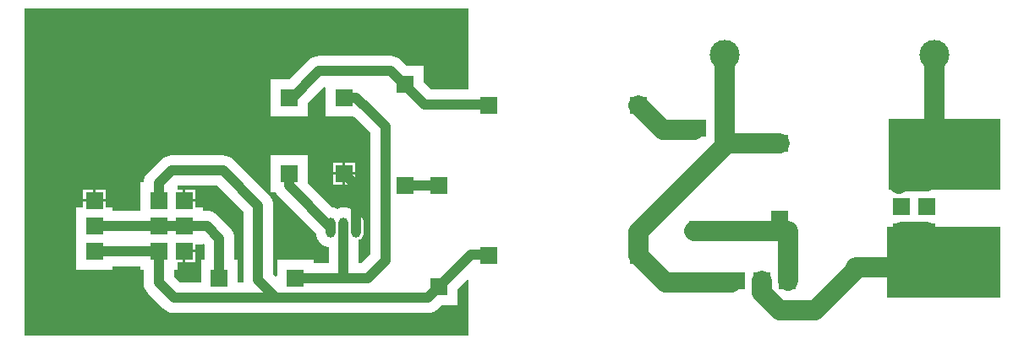
<source format=gbr>
G04 Layer_Physical_Order=2*
G04 Layer_Color=16711680*
%FSLAX26Y26*%
%MOIN*%
%TF.FileFunction,Copper,L2,Bot,Signal*%
%TF.Part,Single*%
G01*
G75*
%TA.AperFunction,Conductor*%
%ADD10C,0.078740*%
%ADD11C,0.039370*%
%ADD12C,0.010000*%
%ADD13R,0.440000X0.285000*%
%ADD14R,0.445000X0.285000*%
%TA.AperFunction,ComponentPad*%
%ADD15C,0.118110*%
%ADD16R,0.066929X0.066929*%
%ADD17O,0.039370X0.078740*%
%ADD18O,0.039370X0.078740*%
%ADD19R,0.066929X0.066929*%
%ADD20R,0.196850X0.196850*%
G36*
X787903Y1359591D02*
Y1300945D01*
X774410D01*
Y1209451D01*
X693367D01*
X668002Y1234816D01*
Y1261811D01*
X681496D01*
Y1291181D01*
X703661D01*
Y1334646D01*
X708661D01*
Y1339646D01*
X752126D01*
Y1361811D01*
X781496D01*
Y1361811D01*
X783871Y1362795D01*
X787903Y1359591D01*
D02*
G37*
G36*
X941163Y1490664D02*
Y1220472D01*
X941884Y1213156D01*
X938526Y1209451D01*
X920079D01*
Y1300945D01*
X906585D01*
Y1385039D01*
X905445Y1396616D01*
X902068Y1407748D01*
X896584Y1418007D01*
X889205Y1427000D01*
X839598Y1476606D01*
X830606Y1483986D01*
X820347Y1489469D01*
X809215Y1492846D01*
X797638Y1493986D01*
X781496D01*
Y1507480D01*
X752126D01*
Y1529646D01*
X708661D01*
Y1534646D01*
X703661D01*
Y1578110D01*
X681496D01*
Y1592791D01*
X682908Y1594203D01*
X837625D01*
X941163Y1490664D01*
D02*
G37*
G36*
X1830709Y1972727D02*
X1682060D01*
X1651575Y2003212D01*
Y2068110D01*
X1586677D01*
X1565582Y2089204D01*
X1556590Y2096584D01*
X1546331Y2102068D01*
X1535199Y2105445D01*
X1523622Y2106585D01*
X1240157D01*
X1228581Y2105445D01*
X1217449Y2102068D01*
X1207189Y2096584D01*
X1198197Y2089204D01*
X1198197Y2089204D01*
X1123166Y2014173D01*
X1049213D01*
Y1868504D01*
X1194882D01*
Y1918048D01*
X1260748Y1983914D01*
X1265748Y1981843D01*
Y1868504D01*
X1374925D01*
X1380694Y1863770D01*
X1384926Y1861508D01*
X1442903Y1803531D01*
Y1322690D01*
X1407664Y1287451D01*
X1396585D01*
Y1380163D01*
X1402215Y1382495D01*
X1408416Y1387254D01*
X1413174Y1393455D01*
X1416165Y1400676D01*
X1417185Y1408425D01*
Y1447795D01*
X1416165Y1455545D01*
X1413174Y1462766D01*
X1408416Y1468967D01*
X1402215Y1473725D01*
X1394994Y1476716D01*
X1388275Y1477601D01*
X1386584Y1480763D01*
X1379205Y1489755D01*
X1370212Y1497135D01*
X1359953Y1502619D01*
X1348821Y1505996D01*
X1337244Y1507136D01*
X1325667Y1505996D01*
X1314535Y1502619D01*
X1312244Y1501394D01*
X1309953Y1502619D01*
X1298821Y1505996D01*
X1292674Y1506601D01*
X1194882Y1604393D01*
Y1714173D01*
X1049213D01*
Y1568504D01*
X1068343D01*
X1072707Y1560339D01*
X1080087Y1551347D01*
X1228438Y1402996D01*
X1229044Y1396848D01*
X1232420Y1385716D01*
X1237904Y1375457D01*
X1245284Y1366465D01*
X1254276Y1359085D01*
X1264535Y1353601D01*
X1275667Y1350225D01*
X1277903Y1350004D01*
Y1287451D01*
X1220079D01*
Y1300945D01*
X1074410D01*
Y1237020D01*
X1069790Y1235107D01*
X1059845Y1245052D01*
Y1515244D01*
X1058705Y1526821D01*
X1055328Y1537953D01*
X1049844Y1548212D01*
X1042464Y1557204D01*
X904165Y1695504D01*
X895173Y1702883D01*
X884913Y1708367D01*
X873782Y1711744D01*
X862205Y1712884D01*
X658328D01*
X646751Y1711744D01*
X635619Y1708367D01*
X625360Y1702883D01*
X616368Y1695504D01*
X566701Y1645837D01*
X559321Y1636845D01*
X553838Y1626585D01*
X550461Y1615454D01*
X549676Y1607480D01*
X535827D01*
Y1493986D01*
X427165D01*
Y1508268D01*
X397795D01*
Y1530433D01*
X354331D01*
X310866D01*
Y1508268D01*
X281496D01*
Y1362599D01*
Y1262599D01*
X427165D01*
Y1275305D01*
X535827D01*
Y1261811D01*
X549321D01*
Y1210236D01*
X550461Y1198659D01*
X553838Y1187527D01*
X559321Y1177268D01*
X566701Y1168276D01*
X626827Y1108150D01*
X635819Y1100770D01*
X646079Y1095286D01*
X657211Y1091910D01*
X668787Y1090769D01*
X1669244D01*
X1680821Y1091910D01*
X1691953Y1095286D01*
X1702212Y1100770D01*
X1711205Y1108150D01*
X1723330Y1120276D01*
X1785079D01*
Y1182024D01*
X1826089Y1223035D01*
X1830709Y1221121D01*
Y1000000D01*
X78740D01*
Y2295000D01*
X1830709D01*
Y1972727D01*
D02*
G37*
%LPC*%
G36*
X752126Y1329646D02*
X713661D01*
Y1291181D01*
X752126D01*
Y1329646D01*
D02*
G37*
G36*
Y1578110D02*
X713661D01*
Y1539646D01*
X752126D01*
Y1578110D01*
D02*
G37*
G36*
X349331Y1578898D02*
X310866D01*
Y1540433D01*
X349331D01*
Y1578898D01*
D02*
G37*
G36*
X1333583Y1684803D02*
X1295118D01*
Y1646339D01*
X1333583D01*
Y1684803D01*
D02*
G37*
G36*
X1382047D02*
X1343583D01*
Y1646339D01*
X1382047D01*
Y1684803D01*
D02*
G37*
G36*
Y1636339D02*
X1343583D01*
Y1597874D01*
X1382047D01*
Y1636339D01*
D02*
G37*
G36*
X397795Y1578898D02*
X359331D01*
Y1540433D01*
X397795D01*
Y1578898D01*
D02*
G37*
G36*
X1333583Y1636339D02*
X1295118D01*
Y1597874D01*
X1333583D01*
Y1636339D01*
D02*
G37*
%LPD*%
D10*
X3495000Y1270000D02*
X3535000Y1310000D01*
X3665512Y1844488D02*
Y2110000D01*
X3535000Y1210000D02*
X3635000D01*
Y1310000D01*
Y1410000D01*
X3535000D02*
X3635000D01*
X3535000Y1310000D02*
Y1410000D01*
X3525000Y1600000D02*
X3535000Y1610000D01*
Y1810000D02*
X3635000D01*
Y1710000D02*
Y1810000D01*
X3535000Y1710000D02*
X3635000D01*
Y1610000D02*
Y1710000D01*
X3535000Y1610000D02*
X3635000D01*
X2594449Y1815000D02*
X2720000D01*
Y1415000D02*
X3090000D01*
Y1216535D02*
Y1415000D01*
X2985000Y1170000D02*
Y1216535D01*
Y1170000D02*
X3055000Y1100000D01*
X3195000D01*
X3355000Y1260000D01*
Y1270000D02*
X3495000D01*
X2500000Y1909449D02*
X2594449Y1815000D01*
X2500000Y1318898D02*
Y1410000D01*
X2840000Y1750000D01*
Y1759842D02*
Y2108740D01*
Y1759842D02*
X3055118D01*
X2500000Y1318898D02*
X2606299Y1212598D01*
X2866142D01*
D11*
X2838740Y2110000D02*
X2840000Y2108740D01*
X1578740Y1593110D02*
X1712244D01*
X1669244Y1150110D02*
X1712244Y1193110D01*
X1840276Y1321142D01*
X1432244Y1228110D02*
X1502244Y1298110D01*
Y1828110D01*
X1337244Y1233110D02*
Y1428110D01*
X1147244Y1228110D02*
X1432244D01*
X3635000Y1210000D02*
X3660000Y1185000D01*
X3355000Y1260000D02*
Y1270000D01*
X1122047Y1593307D02*
X1287244Y1428110D01*
X1122047Y1593307D02*
Y1628110D01*
Y1929134D02*
X1240157Y2047244D01*
X1413661Y1913110D02*
X1417244D01*
X1385433Y1941339D02*
X1413661Y1913110D01*
X1338583Y1941339D02*
X1385433D01*
X1338583Y1641339D02*
X1387244Y1592677D01*
Y1428110D02*
Y1592677D01*
X1417244Y1913110D02*
X1502244Y1828110D01*
X1523622Y2047244D02*
X1657480Y1913386D01*
X1873818D01*
X1240157Y2047244D02*
X1523622D01*
X847244Y1228110D02*
Y1385039D01*
X797638Y1434646D02*
X847244Y1385039D01*
X354331Y1435433D02*
X355118Y1434646D01*
X608661D01*
X708661D01*
X797638D01*
X608661Y1210236D02*
X668787Y1150110D01*
X608661Y1210236D02*
Y1334646D01*
X355118D02*
X608661D01*
X1840276Y1321142D02*
X1907205D01*
X1909449Y1318898D01*
X1000504Y1220472D02*
X1070866Y1150110D01*
X1000504Y1220472D02*
Y1515244D01*
X862205Y1653543D02*
X1000504Y1515244D01*
X658328Y1653543D02*
X862205D01*
X608661Y1603877D02*
X658328Y1653543D01*
X668787Y1150110D02*
X1070866D01*
X1669244D01*
X608661Y1534646D02*
Y1603877D01*
D12*
X2720000Y1415000D02*
X2740000D01*
D13*
X3705000Y1717500D02*
D03*
D14*
X3702500Y1292500D02*
D03*
D15*
X2838740Y2110000D02*
D03*
X3665512D02*
D03*
D16*
X354331Y1335433D02*
D03*
Y1435433D02*
D03*
Y1535433D02*
D03*
X1338583Y1641339D02*
D03*
Y1941339D02*
D03*
X1122047Y1641339D02*
D03*
Y1941339D02*
D03*
X608661Y1534646D02*
D03*
X708661D02*
D03*
X608661Y1434646D02*
D03*
X708661D02*
D03*
X608661Y1334646D02*
D03*
X708661D02*
D03*
X3055118Y1460236D02*
D03*
Y1760236D02*
D03*
X2732284Y1822047D02*
D03*
Y1422047D02*
D03*
X1578740Y1995276D02*
D03*
Y1595276D02*
D03*
X1712244Y1193110D02*
D03*
Y1593110D02*
D03*
X3635000Y1210000D02*
D03*
X3535000D02*
D03*
X3635000Y1310000D02*
D03*
X3535000D02*
D03*
X3635000Y1410000D02*
D03*
X3535000D02*
D03*
X3635000Y1510000D02*
D03*
X3535000D02*
D03*
X3635000Y1610000D02*
D03*
X3535000D02*
D03*
X3635000Y1710000D02*
D03*
X3535000D02*
D03*
X3635000Y1810000D02*
D03*
X3535000D02*
D03*
D17*
X1387244Y1428110D02*
D03*
X1287244D02*
D03*
D18*
X1337244D02*
D03*
D19*
X1147244Y1228110D02*
D03*
X847244D02*
D03*
X3085000Y1216535D02*
D03*
X2985000D02*
D03*
X2885000D02*
D03*
X1909449Y1318898D02*
D03*
X2500000D02*
D03*
Y1909449D02*
D03*
X1909449D02*
D03*
D20*
X3810000Y1290000D02*
D03*
Y1710000D02*
D03*
%TF.MD5,7ae02ea574f4a8a2f5b4f04eea730484*%
M02*

</source>
